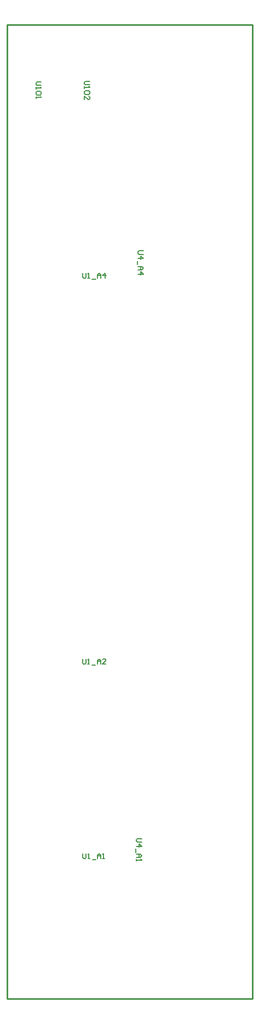
<source format=gbo>
G04*
G04 #@! TF.GenerationSoftware,Altium Limited,Altium Designer,22.9.1 (49)*
G04*
G04 Layer_Color=32896*
%FSLAX25Y25*%
%MOIN*%
G70*
G04*
G04 #@! TF.SameCoordinates,E6D2D5AF-3703-4330-9E41-3BAFFAD507BF*
G04*
G04*
G04 #@! TF.FilePolarity,Positive*
G04*
G01*
G75*
%ADD15C,0.00591*%
%ADD18C,0.01000*%
D15*
X46020Y-384351D02*
Y-386975D01*
X46545Y-387500D01*
X47594D01*
X48119Y-386975D01*
Y-384351D01*
X49168Y-387500D02*
X50218D01*
X49693D01*
Y-384351D01*
X49168Y-384876D01*
X51792Y-388025D02*
X53891D01*
X54941Y-387500D02*
Y-385401D01*
X55990Y-384351D01*
X57040Y-385401D01*
Y-387500D01*
Y-385926D01*
X54941D01*
X60189Y-387500D02*
X58089D01*
X60189Y-385401D01*
Y-384876D01*
X59664Y-384351D01*
X58614D01*
X58089Y-384876D01*
X81983Y-493347D02*
X79360D01*
X78835Y-493871D01*
Y-494921D01*
X79360Y-495446D01*
X81983D01*
X78835Y-498069D02*
X81983D01*
X80409Y-496495D01*
Y-498594D01*
X78310Y-499644D02*
Y-501743D01*
X78835Y-502792D02*
X80934D01*
X81983Y-503842D01*
X80934Y-504891D01*
X78835D01*
X80409D01*
Y-502792D01*
X78835Y-505941D02*
Y-506990D01*
Y-506466D01*
X81983D01*
X81459Y-505941D01*
X46138Y-502352D02*
Y-504975D01*
X46663Y-505500D01*
X47712D01*
X48237Y-504975D01*
Y-502352D01*
X49286Y-505500D02*
X50336D01*
X49811D01*
Y-502352D01*
X49286Y-502876D01*
X51910Y-506025D02*
X54009D01*
X55059Y-505500D02*
Y-503401D01*
X56108Y-502352D01*
X57158Y-503401D01*
Y-505500D01*
Y-503926D01*
X55059D01*
X58207Y-505500D02*
X59257D01*
X58732D01*
Y-502352D01*
X58207Y-502876D01*
X46075Y-150352D02*
Y-152975D01*
X46600Y-153500D01*
X47649D01*
X48174Y-152975D01*
Y-150352D01*
X49224Y-153500D02*
X50273D01*
X49748D01*
Y-150352D01*
X49224Y-150876D01*
X51847Y-154025D02*
X53946D01*
X54996Y-153500D02*
Y-151401D01*
X56046Y-150352D01*
X57095Y-151401D01*
Y-153500D01*
Y-151926D01*
X54996D01*
X59719Y-153500D02*
Y-150352D01*
X58144Y-151926D01*
X60244D01*
X20850Y-34500D02*
X18226D01*
X17701Y-35025D01*
Y-36074D01*
X18226Y-36599D01*
X20850D01*
X17701Y-37649D02*
Y-38698D01*
Y-38173D01*
X20850D01*
X20325Y-37649D01*
Y-40273D02*
X20850Y-40797D01*
Y-41847D01*
X20325Y-42371D01*
X18226D01*
X17701Y-41847D01*
Y-40797D01*
X18226Y-40273D01*
X20325D01*
X17701Y-43421D02*
Y-44471D01*
Y-43946D01*
X20850D01*
X20325Y-43421D01*
X50306Y-34189D02*
X47682D01*
X47158Y-34714D01*
Y-35763D01*
X47682Y-36288D01*
X50306D01*
X47158Y-37338D02*
Y-38387D01*
Y-37862D01*
X50306D01*
X49782Y-37338D01*
Y-39961D02*
X50306Y-40486D01*
Y-41536D01*
X49782Y-42061D01*
X47682D01*
X47158Y-41536D01*
Y-40486D01*
X47682Y-39961D01*
X49782D01*
X47158Y-45209D02*
Y-43110D01*
X49257Y-45209D01*
X49782D01*
X50306Y-44684D01*
Y-43635D01*
X49782Y-43110D01*
X82983Y-136913D02*
X80360D01*
X79835Y-137438D01*
Y-138488D01*
X80360Y-139013D01*
X82983D01*
X79835Y-141636D02*
X82983D01*
X81409Y-140062D01*
Y-142161D01*
X79310Y-143211D02*
Y-145310D01*
X79835Y-146359D02*
X81934D01*
X82983Y-147409D01*
X81934Y-148458D01*
X79835D01*
X81409D01*
Y-146359D01*
X79835Y-151082D02*
X82983D01*
X81409Y-149508D01*
Y-151607D01*
D18*
X0Y-590551D02*
X149307D01*
X0Y-0D02*
X0Y-590551D01*
X0Y-0D02*
X149307D01*
Y-590551D02*
Y-0D01*
M02*

</source>
